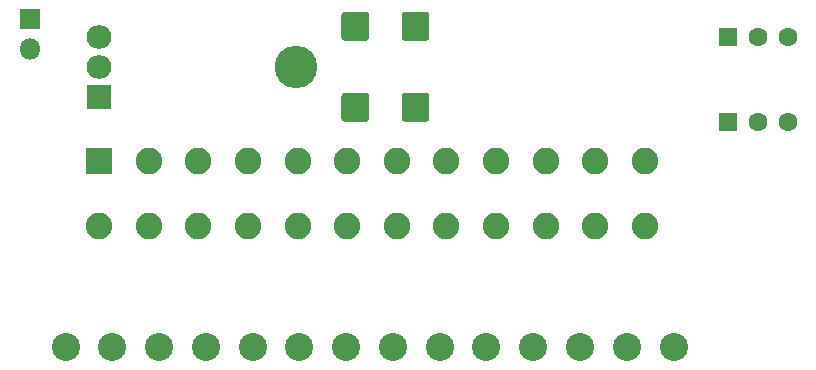
<source format=gbr>
%TF.GenerationSoftware,KiCad,Pcbnew,(5.1.6)-1*%
%TF.CreationDate,2022-09-29T15:02:27-04:00*%
%TF.ProjectId,Amiga-2000-ATX,416d6967-612d-4323-9030-302d4154582e,rev?*%
%TF.SameCoordinates,Original*%
%TF.FileFunction,Soldermask,Bot*%
%TF.FilePolarity,Negative*%
%FSLAX46Y46*%
G04 Gerber Fmt 4.6, Leading zero omitted, Abs format (unit mm)*
G04 Created by KiCad (PCBNEW (5.1.6)-1) date 2022-09-29 15:02:27*
%MOMM*%
%LPD*%
G01*
G04 APERTURE LIST*
%ADD10C,2.380000*%
%ADD11R,2.250000X2.250000*%
%ADD12C,2.250000*%
%ADD13C,1.600000*%
%ADD14R,1.600000X1.600000*%
%ADD15R,1.800000X1.800000*%
%ADD16O,1.800000X1.800000*%
%ADD17O,3.600000X3.600000*%
%ADD18R,2.100000X2.005000*%
%ADD19O,2.100000X2.005000*%
G04 APERTURE END LIST*
%TO.C,C1*%
G36*
G01*
X156877000Y-50598110D02*
X156877000Y-52525890D01*
G75*
G02*
X156615890Y-52787000I-261110J0D01*
G01*
X154788110Y-52787000D01*
G75*
G02*
X154527000Y-52525890I0J261110D01*
G01*
X154527000Y-50598110D01*
G75*
G02*
X154788110Y-50337000I261110J0D01*
G01*
X156615890Y-50337000D01*
G75*
G02*
X156877000Y-50598110I0J-261110D01*
G01*
G37*
G36*
G01*
X151777000Y-50598110D02*
X151777000Y-52525890D01*
G75*
G02*
X151515890Y-52787000I-261110J0D01*
G01*
X149688110Y-52787000D01*
G75*
G02*
X149427000Y-52525890I0J261110D01*
G01*
X149427000Y-50598110D01*
G75*
G02*
X149688110Y-50337000I261110J0D01*
G01*
X151515890Y-50337000D01*
G75*
G02*
X151777000Y-50598110I0J-261110D01*
G01*
G37*
%TD*%
%TO.C,C2*%
G36*
G01*
X151777000Y-43740110D02*
X151777000Y-45667890D01*
G75*
G02*
X151515890Y-45929000I-261110J0D01*
G01*
X149688110Y-45929000D01*
G75*
G02*
X149427000Y-45667890I0J261110D01*
G01*
X149427000Y-43740110D01*
G75*
G02*
X149688110Y-43479000I261110J0D01*
G01*
X151515890Y-43479000D01*
G75*
G02*
X151777000Y-43740110I0J-261110D01*
G01*
G37*
G36*
G01*
X156877000Y-43740110D02*
X156877000Y-45667890D01*
G75*
G02*
X156615890Y-45929000I-261110J0D01*
G01*
X154788110Y-45929000D01*
G75*
G02*
X154527000Y-45667890I0J261110D01*
G01*
X154527000Y-43740110D01*
G75*
G02*
X154788110Y-43479000I261110J0D01*
G01*
X156615890Y-43479000D01*
G75*
G02*
X156877000Y-43740110I0J-261110D01*
G01*
G37*
%TD*%
D10*
%TO.C,J1*%
X177546000Y-71865001D03*
X173586000Y-71865001D03*
X169626000Y-71865001D03*
X165666000Y-71865001D03*
X161706000Y-71865001D03*
X157746000Y-71865001D03*
X133986000Y-71865001D03*
X137946000Y-71865001D03*
X153786000Y-71865001D03*
X141906000Y-71865001D03*
X149826000Y-71865001D03*
X145866000Y-71865001D03*
X130026000Y-71865001D03*
X126066000Y-71865001D03*
%TD*%
D11*
%TO.C,J2*%
X128905000Y-56134000D03*
D12*
X133105000Y-56134000D03*
X137305000Y-56134000D03*
X141505000Y-56134000D03*
X145705000Y-56134000D03*
X149905000Y-56134000D03*
X154105000Y-56134000D03*
X158305000Y-56134000D03*
X162505000Y-56134000D03*
X166705000Y-56134000D03*
X170905000Y-56134000D03*
X175105000Y-56134000D03*
X128905000Y-61634000D03*
X133105000Y-61634000D03*
X137305000Y-61634000D03*
X141505000Y-61634000D03*
X145705000Y-61634000D03*
X149905000Y-61634000D03*
X154105000Y-61634000D03*
X158305000Y-61634000D03*
X162505000Y-61634000D03*
X166705000Y-61634000D03*
X170905000Y-61634000D03*
X175105000Y-61634000D03*
%TD*%
D13*
%TO.C,J3*%
X187198000Y-45593000D03*
X184658000Y-45593000D03*
D14*
X182118000Y-45593000D03*
%TD*%
%TO.C,J4*%
X182118000Y-52832000D03*
D13*
X184658000Y-52832000D03*
X187198000Y-52832000D03*
%TD*%
D15*
%TO.C,PWRSW*%
X123063000Y-44069000D03*
D16*
X123063000Y-46609000D03*
%TD*%
D17*
%TO.C,U1*%
X145565000Y-48133000D03*
D18*
X128905000Y-50673000D03*
D19*
X128905000Y-48133000D03*
X128905000Y-45593000D03*
%TD*%
M02*

</source>
